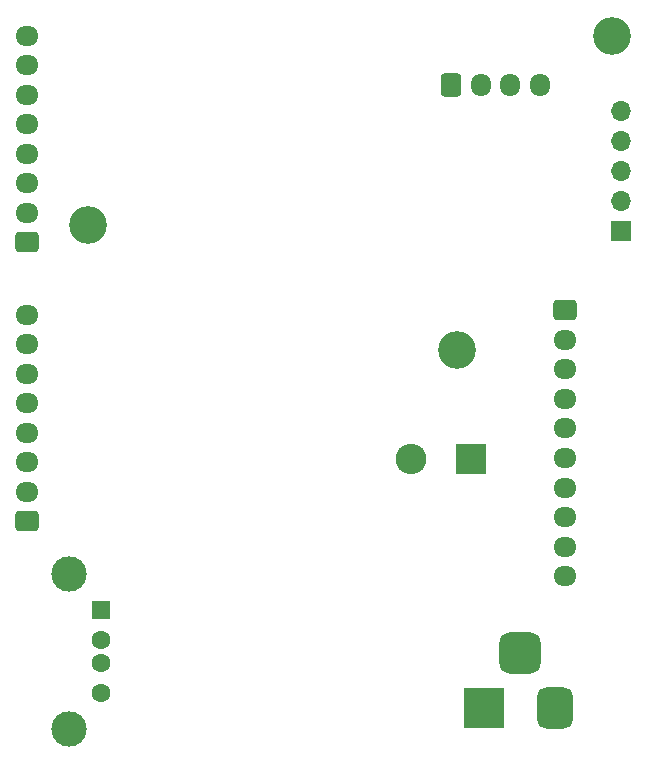
<source format=gbs>
G04 #@! TF.GenerationSoftware,KiCad,Pcbnew,(6.0.1)*
G04 #@! TF.CreationDate,2022-05-20T19:42:19-05:00*
G04 #@! TF.ProjectId,esp32_2,65737033-325f-4322-9e6b-696361645f70,rev?*
G04 #@! TF.SameCoordinates,Original*
G04 #@! TF.FileFunction,Soldermask,Bot*
G04 #@! TF.FilePolarity,Negative*
%FSLAX46Y46*%
G04 Gerber Fmt 4.6, Leading zero omitted, Abs format (unit mm)*
G04 Created by KiCad (PCBNEW (6.0.1)) date 2022-05-20 19:42:19*
%MOMM*%
%LPD*%
G01*
G04 APERTURE LIST*
G04 Aperture macros list*
%AMRoundRect*
0 Rectangle with rounded corners*
0 $1 Rounding radius*
0 $2 $3 $4 $5 $6 $7 $8 $9 X,Y pos of 4 corners*
0 Add a 4 corners polygon primitive as box body*
4,1,4,$2,$3,$4,$5,$6,$7,$8,$9,$2,$3,0*
0 Add four circle primitives for the rounded corners*
1,1,$1+$1,$2,$3*
1,1,$1+$1,$4,$5*
1,1,$1+$1,$6,$7*
1,1,$1+$1,$8,$9*
0 Add four rect primitives between the rounded corners*
20,1,$1+$1,$2,$3,$4,$5,0*
20,1,$1+$1,$4,$5,$6,$7,0*
20,1,$1+$1,$6,$7,$8,$9,0*
20,1,$1+$1,$8,$9,$2,$3,0*%
G04 Aperture macros list end*
%ADD10C,3.200000*%
%ADD11R,3.500000X3.500000*%
%ADD12RoundRect,0.750000X0.750000X1.000000X-0.750000X1.000000X-0.750000X-1.000000X0.750000X-1.000000X0*%
%ADD13RoundRect,0.875000X0.875000X0.875000X-0.875000X0.875000X-0.875000X-0.875000X0.875000X-0.875000X0*%
%ADD14RoundRect,0.250000X0.725000X-0.600000X0.725000X0.600000X-0.725000X0.600000X-0.725000X-0.600000X0*%
%ADD15O,1.950000X1.700000*%
%ADD16R,2.600000X2.600000*%
%ADD17O,2.600000X2.600000*%
%ADD18RoundRect,0.250000X-0.725000X0.600000X-0.725000X-0.600000X0.725000X-0.600000X0.725000X0.600000X0*%
%ADD19R,1.500000X1.600000*%
%ADD20C,1.600000*%
%ADD21C,3.000000*%
%ADD22RoundRect,0.250000X-0.600000X-0.725000X0.600000X-0.725000X0.600000X0.725000X-0.600000X0.725000X0*%
%ADD23O,1.700000X1.950000*%
%ADD24R,1.700000X1.700000*%
%ADD25O,1.700000X1.700000*%
G04 APERTURE END LIST*
D10*
X138125200Y-46532800D03*
D11*
X171663900Y-87393100D03*
D12*
X177663900Y-87393100D03*
D13*
X174663900Y-82693100D03*
D14*
X132928600Y-47955200D03*
D15*
X132928600Y-45455200D03*
X132928600Y-42955200D03*
X132928600Y-40455200D03*
X132928600Y-37955200D03*
X132928600Y-35455200D03*
X132928600Y-32955200D03*
X132928600Y-30455200D03*
D14*
X132928600Y-71589600D03*
D15*
X132928600Y-69089600D03*
X132928600Y-66589600D03*
X132928600Y-64089600D03*
X132928600Y-61589600D03*
X132928600Y-59089600D03*
X132928600Y-56589600D03*
X132928600Y-54089600D03*
D10*
X182473600Y-30530800D03*
X169367200Y-57099200D03*
D16*
X170535600Y-66294000D03*
D17*
X165455600Y-66294000D03*
D18*
X178461000Y-53723200D03*
D15*
X178461000Y-56223200D03*
X178461000Y-58723200D03*
X178461000Y-61223200D03*
X178461000Y-63723200D03*
X178461000Y-66223200D03*
X178461000Y-68723200D03*
X178461000Y-71223200D03*
X178461000Y-73723200D03*
X178461000Y-76223200D03*
D19*
X139230900Y-79100000D03*
D20*
X139230900Y-81600000D03*
X139230900Y-83600000D03*
X139230900Y-86100000D03*
D21*
X136520900Y-89170000D03*
X136520900Y-76030000D03*
D22*
X168850000Y-34632500D03*
D23*
X171350000Y-34632500D03*
X173850000Y-34632500D03*
X176350000Y-34632500D03*
D24*
X183253700Y-46990000D03*
D25*
X183253700Y-44450000D03*
X183253700Y-41910000D03*
X183253700Y-39370000D03*
X183253700Y-36830000D03*
M02*

</source>
